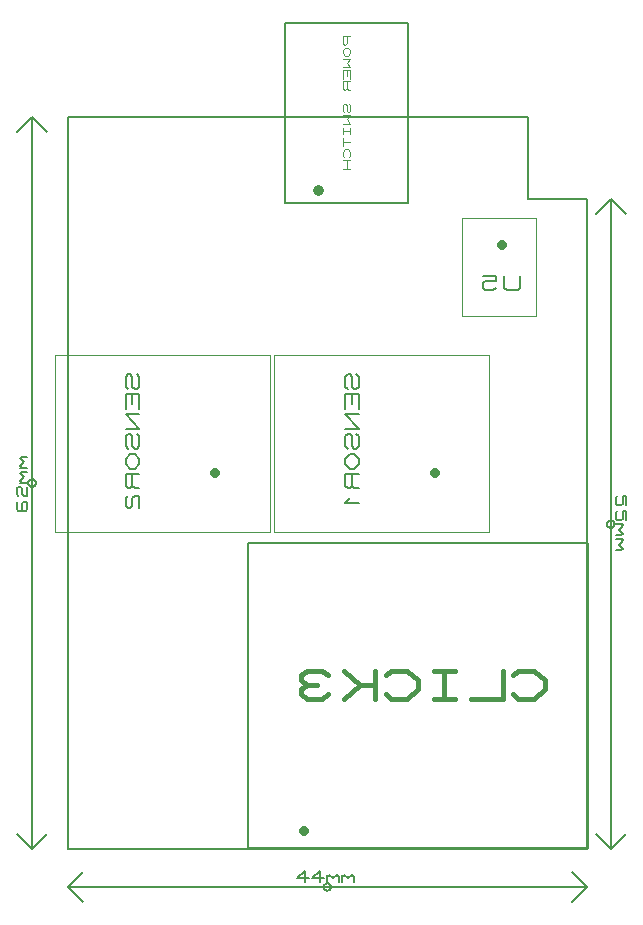
<source format=gbr>
G04 PROTEUS GERBER X2 FILE*
%TF.GenerationSoftware,Labcenter,Proteus,8.12-SP0-Build30713*%
%TF.CreationDate,2023-07-17T11:58:22+00:00*%
%TF.FileFunction,AssemblyDrawing,Bot*%
%TF.FilePolarity,Positive*%
%TF.Part,Single*%
%TF.SameCoordinates,{929d0d33-b1dc-492e-9cfe-804fc5f4831e}*%
%FSLAX45Y45*%
%MOMM*%
G01*
%TA.AperFunction,Material*%
%ADD32C,0.050000*%
%ADD44C,0.812800*%
%ADD45C,0.186470*%
%ADD23C,0.203200*%
%ADD46C,0.398700*%
%TA.AperFunction,Profile*%
%ADD20C,0.203200*%
%TA.AperFunction,NonMaterial*%
%ADD21C,0.203200*%
%TA.AperFunction,Material*%
%ADD37C,0.914400*%
%ADD47C,0.105960*%
%ADD26C,0.100000*%
%ADD48C,0.200880*%
%TD.AperFunction*%
D32*
X-110000Y+2682000D02*
X+1710000Y+2682000D01*
X+1710000Y+4179000D01*
X-110000Y+4179000D01*
X-110000Y+2682000D01*
D44*
X+1250000Y+3180000D02*
X+1250000Y+3180000D01*
D45*
X+585726Y+4017898D02*
X+604373Y+3996920D01*
X+604373Y+3913006D01*
X+585726Y+3892027D01*
X+567078Y+3892027D01*
X+548430Y+3913006D01*
X+548430Y+3996920D01*
X+529783Y+4017898D01*
X+511135Y+4017898D01*
X+492488Y+3996920D01*
X+492488Y+3913006D01*
X+511135Y+3892027D01*
X+604373Y+3724199D02*
X+604373Y+3850070D01*
X+492488Y+3850070D01*
X+492488Y+3724199D01*
X+548430Y+3850070D02*
X+548430Y+3766156D01*
X+604373Y+3682242D02*
X+492488Y+3682242D01*
X+604373Y+3556371D01*
X+492488Y+3556371D01*
X+585726Y+3514414D02*
X+604373Y+3493436D01*
X+604373Y+3409522D01*
X+585726Y+3388543D01*
X+567078Y+3388543D01*
X+548430Y+3409522D01*
X+548430Y+3493436D01*
X+529783Y+3514414D01*
X+511135Y+3514414D01*
X+492488Y+3493436D01*
X+492488Y+3409522D01*
X+511135Y+3388543D01*
X+529783Y+3346586D02*
X+492488Y+3304629D01*
X+492488Y+3262672D01*
X+529783Y+3220715D01*
X+567078Y+3220715D01*
X+604373Y+3262672D01*
X+604373Y+3304629D01*
X+567078Y+3346586D01*
X+529783Y+3346586D01*
X+604373Y+3178758D02*
X+492488Y+3178758D01*
X+492488Y+3073866D01*
X+511135Y+3052887D01*
X+529783Y+3052887D01*
X+548430Y+3073866D01*
X+548430Y+3178758D01*
X+548430Y+3073866D02*
X+567078Y+3052887D01*
X+604373Y+3052887D01*
X+511135Y+2989952D02*
X+492488Y+2968973D01*
X+492488Y+2906038D01*
X+511135Y+2885059D01*
X+529783Y+2885059D01*
X+548430Y+2906038D01*
X+548430Y+2968973D01*
X+567078Y+2989952D01*
X+604373Y+2989952D01*
X+604373Y+2885059D01*
D32*
X+1750000Y+2682000D02*
X+3570000Y+2682000D01*
X+3570000Y+4179000D01*
X+1750000Y+4179000D01*
X+1750000Y+2682000D01*
D44*
X+3110000Y+3180000D02*
X+3110000Y+3180000D01*
D45*
X+2445726Y+4017898D02*
X+2464373Y+3996920D01*
X+2464373Y+3913006D01*
X+2445726Y+3892027D01*
X+2427078Y+3892027D01*
X+2408430Y+3913006D01*
X+2408430Y+3996920D01*
X+2389783Y+4017898D01*
X+2371135Y+4017898D01*
X+2352488Y+3996920D01*
X+2352488Y+3913006D01*
X+2371135Y+3892027D01*
X+2464373Y+3724199D02*
X+2464373Y+3850070D01*
X+2352488Y+3850070D01*
X+2352488Y+3724199D01*
X+2408430Y+3850070D02*
X+2408430Y+3766156D01*
X+2464373Y+3682242D02*
X+2352488Y+3682242D01*
X+2464373Y+3556371D01*
X+2352488Y+3556371D01*
X+2445726Y+3514414D02*
X+2464373Y+3493436D01*
X+2464373Y+3409522D01*
X+2445726Y+3388543D01*
X+2427078Y+3388543D01*
X+2408430Y+3409522D01*
X+2408430Y+3493436D01*
X+2389783Y+3514414D01*
X+2371135Y+3514414D01*
X+2352488Y+3493436D01*
X+2352488Y+3409522D01*
X+2371135Y+3388543D01*
X+2389783Y+3346586D02*
X+2352488Y+3304629D01*
X+2352488Y+3262672D01*
X+2389783Y+3220715D01*
X+2427078Y+3220715D01*
X+2464373Y+3262672D01*
X+2464373Y+3304629D01*
X+2427078Y+3346586D01*
X+2389783Y+3346586D01*
X+2464373Y+3178758D02*
X+2352488Y+3178758D01*
X+2352488Y+3073866D01*
X+2371135Y+3052887D01*
X+2389783Y+3052887D01*
X+2408430Y+3073866D01*
X+2408430Y+3178758D01*
X+2408430Y+3073866D02*
X+2427078Y+3052887D01*
X+2464373Y+3052887D01*
X+2389783Y+2968973D02*
X+2352488Y+2927016D01*
X+2464373Y+2927016D01*
D23*
X+1525240Y+9840D02*
X+4405560Y+9840D01*
X+4405560Y+2590160D01*
X+1525240Y+2590160D01*
X+1525240Y+9840D01*
D44*
X+2005400Y+150000D02*
X+2005400Y+150000D01*
D46*
X+3772768Y+1310660D02*
X+3817622Y+1270790D01*
X+3952183Y+1270790D01*
X+4041890Y+1350530D01*
X+4041890Y+1430270D01*
X+3952183Y+1510010D01*
X+3817622Y+1510010D01*
X+3772768Y+1470140D01*
X+3683060Y+1510010D02*
X+3683060Y+1270790D01*
X+3413938Y+1270790D01*
X+3279377Y+1510010D02*
X+3099962Y+1510010D01*
X+3189669Y+1510010D02*
X+3189669Y+1270790D01*
X+3279377Y+1270790D02*
X+3099962Y+1270790D01*
X+2696278Y+1310660D02*
X+2741132Y+1270790D01*
X+2875693Y+1270790D01*
X+2965400Y+1350530D01*
X+2965400Y+1430270D01*
X+2875693Y+1510010D01*
X+2741132Y+1510010D01*
X+2696278Y+1470140D01*
X+2606570Y+1510010D02*
X+2606570Y+1270790D01*
X+2337448Y+1510010D02*
X+2472009Y+1390400D01*
X+2337448Y+1270790D01*
X+2606570Y+1390400D02*
X+2472009Y+1390400D01*
X+2202887Y+1470140D02*
X+2158033Y+1510010D01*
X+2023472Y+1510010D01*
X+1978618Y+1470140D01*
X+1978618Y+1430270D01*
X+2023472Y+1390400D01*
X+1978618Y+1350530D01*
X+1978618Y+1310660D01*
X+2023472Y+1270790D01*
X+2158033Y+1270790D01*
X+2202887Y+1310660D01*
X+2113179Y+1390400D02*
X+2023472Y+1390400D01*
D20*
X+0Y+0D02*
X+0Y+6200000D01*
X+3900000Y+6200000D01*
X+3900000Y+5500000D01*
X+4400000Y+5500000D01*
X+4400000Y+0D01*
D21*
X+0Y-320000D02*
X+4400000Y-320000D01*
X+0Y-320000D02*
X+127000Y-447000D01*
X+0Y-320000D02*
X+127000Y-193000D01*
X+4400000Y-320000D02*
X+4273000Y-193000D01*
X+4400000Y-320000D02*
X+4273000Y-447000D01*
X+2231750Y-320000D02*
X+2231641Y-317366D01*
X+2230751Y-312097D01*
X+2228889Y-306828D01*
X+2225846Y-301559D01*
X+2221191Y-296357D01*
X+2215922Y-292531D01*
X+2210653Y-290091D01*
X+2205384Y-288710D01*
X+2200115Y-288250D01*
X+2200000Y-288250D01*
X+2168250Y-320000D02*
X+2168359Y-317366D01*
X+2169249Y-312097D01*
X+2171111Y-306828D01*
X+2174154Y-301559D01*
X+2178809Y-296357D01*
X+2184078Y-292531D01*
X+2189347Y-290091D01*
X+2194616Y-288710D01*
X+2199885Y-288250D01*
X+2200000Y-288250D01*
X+2168250Y-320000D02*
X+2168359Y-322634D01*
X+2169249Y-327903D01*
X+2171111Y-333172D01*
X+2174154Y-338441D01*
X+2178809Y-343643D01*
X+2184078Y-347469D01*
X+2189347Y-349909D01*
X+2194616Y-351290D01*
X+2199885Y-351750D01*
X+2200000Y-351750D01*
X+2231750Y-320000D02*
X+2231641Y-322634D01*
X+2230751Y-327903D01*
X+2228889Y-333172D01*
X+2225846Y-338441D01*
X+2221191Y-343643D01*
X+2215922Y-347469D01*
X+2210653Y-349909D01*
X+2205384Y-351290D01*
X+2200115Y-351750D01*
X+2200000Y-351750D01*
X+2041250Y-248880D02*
X+1946000Y-248880D01*
X+2009500Y-187920D01*
X+2009500Y-279360D01*
X+2168250Y-248880D02*
X+2073000Y-248880D01*
X+2136500Y-187920D01*
X+2136500Y-279360D01*
X+2200000Y-279360D02*
X+2200000Y-218400D01*
X+2200000Y-233640D02*
X+2215875Y-218400D01*
X+2247625Y-248880D01*
X+2279375Y-218400D01*
X+2295250Y-233640D01*
X+2295250Y-279360D01*
X+2327000Y-279360D02*
X+2327000Y-218400D01*
X+2327000Y-233640D02*
X+2342875Y-218400D01*
X+2374625Y-248880D01*
X+2406375Y-218400D01*
X+2422250Y-233640D01*
X+2422250Y-279360D01*
D20*
X+0Y+0D02*
X+4400000Y+0D01*
D21*
X-300000Y+0D02*
X-300000Y+6200000D01*
X-300000Y+0D02*
X-173000Y+127000D01*
X-300000Y+0D02*
X-427000Y+127000D01*
X-300000Y+6200000D02*
X-427000Y+6073000D01*
X-300000Y+6200000D02*
X-173000Y+6073000D01*
X-268250Y+3100000D02*
X-268359Y+3102634D01*
X-269249Y+3107903D01*
X-271111Y+3113172D01*
X-274154Y+3118441D01*
X-278809Y+3123643D01*
X-284078Y+3127469D01*
X-289347Y+3129909D01*
X-294616Y+3131290D01*
X-299885Y+3131750D01*
X-300000Y+3131750D01*
X-331750Y+3100000D02*
X-331641Y+3102634D01*
X-330751Y+3107903D01*
X-328889Y+3113172D01*
X-325846Y+3118441D01*
X-321191Y+3123643D01*
X-315922Y+3127469D01*
X-310653Y+3129909D01*
X-305384Y+3131290D01*
X-300115Y+3131750D01*
X-300000Y+3131750D01*
X-331750Y+3100000D02*
X-331641Y+3097366D01*
X-330751Y+3092097D01*
X-328889Y+3086828D01*
X-325846Y+3081559D01*
X-321191Y+3076357D01*
X-315922Y+3072531D01*
X-310653Y+3070091D01*
X-305384Y+3068710D01*
X-300115Y+3068250D01*
X-300000Y+3068250D01*
X-268250Y+3100000D02*
X-268359Y+3097366D01*
X-269249Y+3092097D01*
X-271111Y+3086828D01*
X-274154Y+3081559D01*
X-278809Y+3076357D01*
X-284078Y+3072531D01*
X-289347Y+3070091D01*
X-294616Y+3068710D01*
X-299885Y+3068250D01*
X-300000Y+3068250D01*
X-416840Y+2941250D02*
X-432080Y+2925375D01*
X-432080Y+2877750D01*
X-416840Y+2861875D01*
X-355880Y+2861875D01*
X-340640Y+2877750D01*
X-340640Y+2925375D01*
X-355880Y+2941250D01*
X-371120Y+2941250D01*
X-386360Y+2925375D01*
X-386360Y+2861875D01*
X-416840Y+2988875D02*
X-432080Y+3004750D01*
X-432080Y+3052375D01*
X-416840Y+3068250D01*
X-401600Y+3068250D01*
X-386360Y+3052375D01*
X-386360Y+3004750D01*
X-371120Y+2988875D01*
X-340640Y+2988875D01*
X-340640Y+3068250D01*
X-340640Y+3100000D02*
X-401600Y+3100000D01*
X-386360Y+3100000D02*
X-401600Y+3115875D01*
X-371120Y+3147625D01*
X-401600Y+3179375D01*
X-386360Y+3195250D01*
X-340640Y+3195250D01*
X-340640Y+3227000D02*
X-401600Y+3227000D01*
X-386360Y+3227000D02*
X-401600Y+3242875D01*
X-371120Y+3274625D01*
X-401600Y+3306375D01*
X-386360Y+3322250D01*
X-340640Y+3322250D01*
X+4600000Y+5500000D02*
X+4600000Y+0D01*
X+4600000Y+5500000D02*
X+4473000Y+5373000D01*
X+4600000Y+5500000D02*
X+4727000Y+5373000D01*
X+4600000Y+0D02*
X+4727000Y+127000D01*
X+4600000Y+0D02*
X+4473000Y+127000D01*
X+4631750Y+2750000D02*
X+4631641Y+2752634D01*
X+4630751Y+2757903D01*
X+4628889Y+2763172D01*
X+4625846Y+2768441D01*
X+4621191Y+2773643D01*
X+4615922Y+2777469D01*
X+4610653Y+2779909D01*
X+4605384Y+2781290D01*
X+4600115Y+2781750D01*
X+4600000Y+2781750D01*
X+4568250Y+2750000D02*
X+4568359Y+2752634D01*
X+4569249Y+2757903D01*
X+4571111Y+2763172D01*
X+4574154Y+2768441D01*
X+4578809Y+2773643D01*
X+4584078Y+2777469D01*
X+4589347Y+2779909D01*
X+4594616Y+2781290D01*
X+4599885Y+2781750D01*
X+4600000Y+2781750D01*
X+4568250Y+2750000D02*
X+4568359Y+2747366D01*
X+4569249Y+2742097D01*
X+4571111Y+2736828D01*
X+4574154Y+2731559D01*
X+4578809Y+2726357D01*
X+4584078Y+2722531D01*
X+4589347Y+2720091D01*
X+4594616Y+2718710D01*
X+4599885Y+2718250D01*
X+4600000Y+2718250D01*
X+4631750Y+2750000D02*
X+4631641Y+2747366D01*
X+4630751Y+2742097D01*
X+4628889Y+2736828D01*
X+4625846Y+2731559D01*
X+4621191Y+2726357D01*
X+4615922Y+2722531D01*
X+4610653Y+2720091D01*
X+4605384Y+2718710D01*
X+4600115Y+2718250D01*
X+4600000Y+2718250D01*
X+4732080Y+2908750D02*
X+4732080Y+2988125D01*
X+4701600Y+2988125D01*
X+4701600Y+2924625D01*
X+4686360Y+2908750D01*
X+4655880Y+2908750D01*
X+4640640Y+2924625D01*
X+4640640Y+2972250D01*
X+4655880Y+2988125D01*
X+4732080Y+2781750D02*
X+4732080Y+2861125D01*
X+4701600Y+2861125D01*
X+4701600Y+2797625D01*
X+4686360Y+2781750D01*
X+4655880Y+2781750D01*
X+4640640Y+2797625D01*
X+4640640Y+2845250D01*
X+4655880Y+2861125D01*
X+4640640Y+2750000D02*
X+4701600Y+2750000D01*
X+4686360Y+2750000D02*
X+4701600Y+2734125D01*
X+4671120Y+2702375D01*
X+4701600Y+2670625D01*
X+4686360Y+2654750D01*
X+4640640Y+2654750D01*
X+4640640Y+2623000D02*
X+4701600Y+2623000D01*
X+4686360Y+2623000D02*
X+4701600Y+2607125D01*
X+4671120Y+2575375D01*
X+4701600Y+2543625D01*
X+4686360Y+2527750D01*
X+4640640Y+2527750D01*
D23*
X+1843840Y+5465700D02*
X+2880160Y+5465700D01*
X+2880160Y+6990160D01*
X+1843840Y+6990160D01*
X+1843840Y+5465700D01*
D37*
X+2120000Y+5580000D02*
X+2120000Y+5580000D01*
D47*
X+2393789Y+6880130D02*
X+2330212Y+6880130D01*
X+2330212Y+6820527D01*
X+2340808Y+6808607D01*
X+2351404Y+6808607D01*
X+2362000Y+6820527D01*
X+2362000Y+6880130D01*
X+2351404Y+6784765D02*
X+2330212Y+6760924D01*
X+2330212Y+6737083D01*
X+2351404Y+6713242D01*
X+2372597Y+6713242D01*
X+2393789Y+6737083D01*
X+2393789Y+6760924D01*
X+2372597Y+6784765D01*
X+2351404Y+6784765D01*
X+2330212Y+6689400D02*
X+2393789Y+6689400D01*
X+2362000Y+6653639D01*
X+2393789Y+6617877D01*
X+2330212Y+6617877D01*
X+2393789Y+6522512D02*
X+2393789Y+6594035D01*
X+2330212Y+6594035D01*
X+2330212Y+6522512D01*
X+2362000Y+6594035D02*
X+2362000Y+6546353D01*
X+2393789Y+6498670D02*
X+2330212Y+6498670D01*
X+2330212Y+6439067D01*
X+2340808Y+6427147D01*
X+2351404Y+6427147D01*
X+2362000Y+6439067D01*
X+2362000Y+6498670D01*
X+2362000Y+6439067D02*
X+2372597Y+6427147D01*
X+2393789Y+6427147D01*
X+2383193Y+6307940D02*
X+2393789Y+6296020D01*
X+2393789Y+6248337D01*
X+2383193Y+6236417D01*
X+2372597Y+6236417D01*
X+2362000Y+6248337D01*
X+2362000Y+6296020D01*
X+2351404Y+6307940D01*
X+2340808Y+6307940D01*
X+2330212Y+6296020D01*
X+2330212Y+6248337D01*
X+2340808Y+6236417D01*
X+2330212Y+6212575D02*
X+2393789Y+6212575D01*
X+2362000Y+6176814D01*
X+2393789Y+6141052D01*
X+2330212Y+6141052D01*
X+2330212Y+6105290D02*
X+2330212Y+6057607D01*
X+2330212Y+6081449D02*
X+2393789Y+6081449D01*
X+2393789Y+6105290D02*
X+2393789Y+6057607D01*
X+2330212Y+6021845D02*
X+2330212Y+5950322D01*
X+2330212Y+5986084D02*
X+2393789Y+5986084D01*
X+2383193Y+5854957D02*
X+2393789Y+5866877D01*
X+2393789Y+5902639D01*
X+2372597Y+5926480D01*
X+2351404Y+5926480D01*
X+2330212Y+5902639D01*
X+2330212Y+5866877D01*
X+2340808Y+5854957D01*
X+2393789Y+5831115D02*
X+2330212Y+5831115D01*
X+2330212Y+5759592D02*
X+2393789Y+5759592D01*
X+2362000Y+5831115D02*
X+2362000Y+5759592D01*
D26*
X+3339000Y+4516000D02*
X+3964000Y+4516000D01*
X+3964000Y+5344000D01*
X+3339000Y+5344000D01*
X+3339000Y+4516000D01*
D44*
X+3680000Y+5110000D02*
X+3680000Y+5110000D01*
D48*
X+3832299Y+4850446D02*
X+3832299Y+4750002D01*
X+3809700Y+4729913D01*
X+3719300Y+4729913D01*
X+3696700Y+4750002D01*
X+3696700Y+4850446D01*
X+3515901Y+4850446D02*
X+3628901Y+4850446D01*
X+3628901Y+4810268D01*
X+3538501Y+4810268D01*
X+3515901Y+4790180D01*
X+3515901Y+4750002D01*
X+3538501Y+4729913D01*
X+3606301Y+4729913D01*
X+3628901Y+4750002D01*
M02*

</source>
